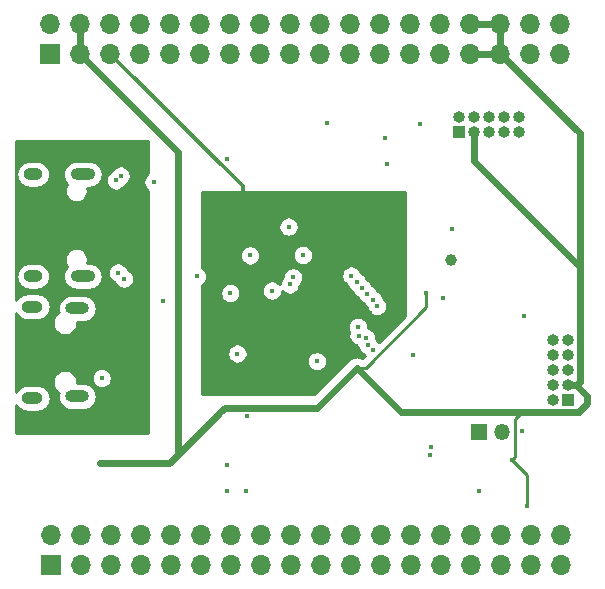
<source format=gbr>
%TF.GenerationSoftware,KiCad,Pcbnew,(5.1.10-1-10_14)*%
%TF.CreationDate,2021-08-18T14:47:54+08:00*%
%TF.ProjectId,jlinkob_hs,6a6c696e-6b6f-4625-9f68-732e6b696361,rev?*%
%TF.SameCoordinates,Original*%
%TF.FileFunction,Copper,L3,Inr*%
%TF.FilePolarity,Positive*%
%FSLAX46Y46*%
G04 Gerber Fmt 4.6, Leading zero omitted, Abs format (unit mm)*
G04 Created by KiCad (PCBNEW (5.1.10-1-10_14)) date 2021-08-18 14:47:54*
%MOMM*%
%LPD*%
G01*
G04 APERTURE LIST*
%TA.AperFunction,ComponentPad*%
%ADD10C,1.000000*%
%TD*%
%TA.AperFunction,ComponentPad*%
%ADD11O,1.000000X1.000000*%
%TD*%
%TA.AperFunction,ComponentPad*%
%ADD12R,1.000000X1.000000*%
%TD*%
%TA.AperFunction,ComponentPad*%
%ADD13O,1.700000X1.700000*%
%TD*%
%TA.AperFunction,ComponentPad*%
%ADD14R,1.700000X1.700000*%
%TD*%
%TA.AperFunction,ComponentPad*%
%ADD15O,1.800000X1.000000*%
%TD*%
%TA.AperFunction,ComponentPad*%
%ADD16O,2.000000X1.000000*%
%TD*%
%TA.AperFunction,ComponentPad*%
%ADD17O,1.350000X1.350000*%
%TD*%
%TA.AperFunction,ComponentPad*%
%ADD18R,1.350000X1.350000*%
%TD*%
%TA.AperFunction,ComponentPad*%
%ADD19O,2.100000X1.000000*%
%TD*%
%TA.AperFunction,ComponentPad*%
%ADD20O,1.600000X1.000000*%
%TD*%
%TA.AperFunction,ViaPad*%
%ADD21C,0.450000*%
%TD*%
%TA.AperFunction,Conductor*%
%ADD22C,0.300000*%
%TD*%
%TA.AperFunction,Conductor*%
%ADD23C,0.600000*%
%TD*%
%TA.AperFunction,Conductor*%
%ADD24C,0.250000*%
%TD*%
%TA.AperFunction,Conductor*%
%ADD25C,0.254000*%
%TD*%
%TA.AperFunction,Conductor*%
%ADD26C,0.100000*%
%TD*%
G04 APERTURE END LIST*
D10*
%TO.N,Net-(R2-Pad1)*%
%TO.C,TP1*%
X137500000Y-72190000D03*
%TD*%
D11*
%TO.N,GND*%
%TO.C,CON2*%
X147410000Y-78990000D03*
%TO.N,PA11*%
X146140000Y-78990000D03*
%TO.N,PA22*%
X147410000Y-80260000D03*
%TO.N,PA12*%
X146140000Y-80260000D03*
%TO.N,PA15*%
X147410000Y-81530000D03*
%TO.N,GND*%
X146140000Y-81530000D03*
%TO.N,+3V3*%
X147410000Y-82800000D03*
%TO.N,PA21*%
X146140000Y-82800000D03*
%TO.N,PA3*%
X146140000Y-84070000D03*
D12*
%TO.N,N/C*%
X147410000Y-84070000D03*
%TD*%
D13*
%TO.N,GND*%
%TO.C,J5*%
X146760000Y-52210000D03*
X146760000Y-54750000D03*
X144220000Y-52210000D03*
X144220000Y-54750000D03*
%TO.N,+3V3*%
X141680000Y-52210000D03*
X141680000Y-54750000D03*
X139140000Y-52210000D03*
X139140000Y-54750000D03*
%TO.N,PA2*%
X136600000Y-52210000D03*
%TO.N,PA3*%
X136600000Y-54750000D03*
%TO.N,PA4*%
X134060000Y-52210000D03*
%TO.N,PA5*%
X134060000Y-54750000D03*
%TO.N,PA6*%
X131520000Y-52210000D03*
%TO.N,PA7*%
X131520000Y-54750000D03*
%TO.N,PA8*%
X128980000Y-52210000D03*
%TO.N,PA9*%
X128980000Y-54750000D03*
%TO.N,PA10*%
X126440000Y-52210000D03*
%TO.N,PA11*%
X126440000Y-54750000D03*
%TO.N,PA12*%
X123900000Y-52210000D03*
%TO.N,PB24*%
X123900000Y-54750000D03*
%TO.N,PB23*%
X121360000Y-52210000D03*
%TO.N,PB22*%
X121360000Y-54750000D03*
%TO.N,PB21*%
X118820000Y-52210000D03*
%TO.N,PB20*%
X118820000Y-54750000D03*
%TO.N,PB19*%
X116280000Y-52210000D03*
%TO.N,PB18*%
X116280000Y-54750000D03*
%TO.N,PB17*%
X113740000Y-52210000D03*
%TO.N,PB14*%
X113740000Y-54750000D03*
%TO.N,PB10*%
X111200000Y-52210000D03*
%TO.N,PB9*%
X111200000Y-54750000D03*
%TO.N,PA31*%
X108660000Y-52210000D03*
%TO.N,VCC*%
X108660000Y-54750000D03*
%TO.N,+3V3*%
X106120000Y-52210000D03*
X106120000Y-54750000D03*
%TO.N,GND*%
X103580000Y-52210000D03*
D14*
X103580000Y-54750000D03*
%TD*%
D13*
%TO.N,GND*%
%TO.C,J4*%
X146810000Y-95480000D03*
X146810000Y-98020000D03*
%TO.N,PA1*%
X144270000Y-95480000D03*
%TO.N,PA0*%
X144270000Y-98020000D03*
%TO.N,PA26*%
X141730000Y-95480000D03*
%TO.N,PA25*%
X141730000Y-98020000D03*
%TO.N,PA24*%
X139190000Y-95480000D03*
%TO.N,PA23*%
X139190000Y-98020000D03*
%TO.N,PA21*%
X136650000Y-95480000D03*
%TO.N,PA20*%
X136650000Y-98020000D03*
%TO.N,PA19*%
X134110000Y-95480000D03*
%TO.N,PA18*%
X134110000Y-98020000D03*
%TO.N,PB15*%
X131570000Y-95480000D03*
%TO.N,PB16*%
X131570000Y-98020000D03*
%TO.N,PA17*%
X129030000Y-95480000D03*
%TO.N,PA16*%
X129030000Y-98020000D03*
%TO.N,PA15*%
X126490000Y-95480000D03*
%TO.N,PA14*%
X126490000Y-98020000D03*
%TO.N,PA13*%
X123950000Y-95480000D03*
%TO.N,PB4*%
X123950000Y-98020000D03*
%TO.N,PB3*%
X121410000Y-95480000D03*
%TO.N,PA30*%
X121410000Y-98020000D03*
%TO.N,PA22*%
X118870000Y-95480000D03*
%TO.N,PB8*%
X118870000Y-98020000D03*
%TO.N,PB7*%
X116330000Y-95480000D03*
%TO.N,PB6*%
X116330000Y-98020000D03*
%TO.N,PB5*%
X113790000Y-95480000D03*
%TO.N,PA27*%
X113790000Y-98020000D03*
%TO.N,PB13*%
X111250000Y-95480000D03*
%TO.N,PB12*%
X111250000Y-98020000D03*
%TO.N,PB11*%
X108710000Y-95480000D03*
%TO.N,PB2*%
X108710000Y-98020000D03*
%TO.N,PB1*%
X106170000Y-95480000D03*
%TO.N,PB0*%
X106170000Y-98020000D03*
%TO.N,GND*%
X103630000Y-95480000D03*
D14*
X103630000Y-98020000D03*
%TD*%
D15*
%TO.N,SHIELD*%
%TO.C,J2*%
X102050000Y-83908824D03*
X102050000Y-76158824D03*
D16*
X105850000Y-83758824D03*
X105850000Y-76308824D03*
%TD*%
D17*
%TO.N,GND*%
%TO.C,J3*%
X141850000Y-86730000D03*
D18*
%TO.N,PA25*%
X139850000Y-86730000D03*
%TD*%
D11*
%TO.N,GND*%
%TO.C,CON1*%
X143240000Y-61390000D03*
%TO.N,N/C*%
X143240000Y-60120000D03*
%TO.N,HOST_SWCLK*%
X141970000Y-61390000D03*
%TO.N,N/C*%
X141970000Y-60120000D03*
%TO.N,HOST_SWDIO*%
X140700000Y-61390000D03*
%TO.N,GND*%
X140700000Y-60120000D03*
%TO.N,+3V3*%
X139430000Y-61390000D03*
%TO.N,HOST_SWO*%
X139430000Y-60120000D03*
%TO.N,HOST_RESET*%
X138160000Y-60120000D03*
D12*
%TO.N,N/C*%
X138160000Y-61390000D03*
%TD*%
D19*
%TO.N,SHIELD*%
%TO.C,J1*%
X106310000Y-73570000D03*
X106310000Y-64930000D03*
D20*
X102130000Y-64930000D03*
X102130000Y-73570000D03*
%TD*%
D21*
%TO.N,GND*%
X131228320Y-76111392D03*
X127000000Y-60630000D03*
X123740000Y-69380000D03*
X118540000Y-63650000D03*
X112320000Y-65610000D03*
X132060000Y-64050000D03*
X124960000Y-71790000D03*
X137610000Y-69600000D03*
X113080000Y-75710000D03*
X122320000Y-74790000D03*
X120490000Y-71820000D03*
X109810000Y-73780000D03*
X109520000Y-65060000D03*
X107920000Y-82210000D03*
X109115000Y-65465000D03*
X109300000Y-73270000D03*
X119410000Y-80120000D03*
X120240000Y-85430000D03*
X136780000Y-75450000D03*
X143490000Y-86720000D03*
%TO.N,VCC*%
X123000000Y-81230000D03*
X127010000Y-68930000D03*
X118720000Y-72260000D03*
X119890000Y-69120000D03*
X130670000Y-76710000D03*
X119350000Y-76300000D03*
X132390000Y-67340000D03*
%TO.N,+3V3*%
X129510000Y-81310000D03*
X118810000Y-75000000D03*
X107820000Y-89430000D03*
X118050000Y-85030000D03*
X143950000Y-93030000D03*
X142690000Y-89140000D03*
X135370000Y-75020000D03*
%TO.N,PA29*%
X123842316Y-74276742D03*
X135729378Y-88704982D03*
%TO.N,PA28*%
X124100000Y-73680000D03*
X135810000Y-88060000D03*
%TO.N,PA12*%
X129060000Y-73520000D03*
%TO.N,PA11*%
X129509296Y-74050000D03*
X143676091Y-76963909D03*
%TO.N,PA10*%
X129939427Y-74550000D03*
%TO.N,PA9*%
X130412694Y-75050000D03*
%TO.N,PA8*%
X130900690Y-75550000D03*
%TO.N,PA7*%
X129617737Y-77871802D03*
%TO.N,PA6*%
X129668986Y-78598371D03*
%TO.N,PA5*%
X130297023Y-78765916D03*
%TO.N,PA4*%
X130440379Y-79400379D03*
%TO.N,PA3*%
X130900000Y-79860000D03*
%TO.N,PA2*%
X134259160Y-80270840D03*
%TO.N,PA25*%
X139830000Y-91779990D03*
%TO.N,PA18*%
X118560000Y-91750000D03*
X126130000Y-80780000D03*
%TO.N,PA17*%
X118540000Y-89520000D03*
%TO.N,PA15*%
X120180000Y-91740000D03*
%TO.N,HOST_SWCLK*%
X134870000Y-60690000D03*
%TO.N,HOST_SWO*%
X131890371Y-61850689D03*
%TO.N,VBUS*%
X109620000Y-71580000D03*
X109560000Y-66790000D03*
X108000000Y-77190000D03*
X108720000Y-85190000D03*
X107820000Y-86090000D03*
X107190000Y-78010000D03*
X107620000Y-77610000D03*
X108940000Y-71700000D03*
X108950000Y-66800000D03*
%TO.N,PA31*%
X116010000Y-73600000D03*
%TD*%
D22*
%TO.N,VCC*%
X119890000Y-65980000D02*
X108660000Y-54750000D01*
X119890000Y-69120000D02*
X119890000Y-65980000D01*
D23*
%TO.N,+3V3*%
X107820000Y-89430000D02*
X113650000Y-89430000D01*
X126115001Y-84704999D02*
X129510000Y-81310000D01*
X118375001Y-84704999D02*
X126115001Y-84704999D01*
X118050000Y-85030000D02*
X118375001Y-84704999D01*
X148310001Y-85070001D02*
X149040000Y-84340002D01*
X129510000Y-81310000D02*
X133270001Y-85070001D01*
X148117106Y-82800000D02*
X147410000Y-82800000D01*
X149040000Y-83722894D02*
X148117106Y-82800000D01*
X149040000Y-84340002D02*
X149040000Y-83722894D01*
X148410001Y-82507105D02*
X148410001Y-72770001D01*
X148117106Y-82800000D02*
X148410001Y-82507105D01*
X139430000Y-63790000D02*
X139430000Y-61390000D01*
X148410001Y-72770001D02*
X139430000Y-63790000D01*
D24*
X143950000Y-90400000D02*
X142690000Y-89140000D01*
X143950000Y-93030000D02*
X143950000Y-90400000D01*
X142914999Y-85705003D02*
X143550001Y-85070001D01*
X142914999Y-88915001D02*
X142914999Y-85705003D01*
D23*
X143550001Y-85070001D02*
X148310001Y-85070001D01*
D24*
X142690000Y-89140000D02*
X142914999Y-88915001D01*
D23*
X133270001Y-85070001D02*
X143550001Y-85070001D01*
D24*
X130264002Y-81310000D02*
X129510000Y-81310000D01*
X135370000Y-76204002D02*
X130264002Y-81310000D01*
X135370000Y-75020000D02*
X135370000Y-76204002D01*
D23*
X148410001Y-61480001D02*
X141680000Y-54750000D01*
X148410001Y-72770001D02*
X148410001Y-61480001D01*
X141680000Y-54750000D02*
X141680000Y-52210000D01*
X141680000Y-52210000D02*
X139140000Y-52210000D01*
X141680000Y-54750000D02*
X139140000Y-54750000D01*
X114395000Y-63025000D02*
X106120000Y-54750000D01*
X114395000Y-88685000D02*
X114395000Y-63025000D01*
X113650000Y-89430000D02*
X114395000Y-88685000D01*
X114395000Y-88685000D02*
X118050000Y-85030000D01*
X106120000Y-54750000D02*
X106120000Y-52210000D01*
%TD*%
D25*
%TO.N,VCC*%
X133573000Y-76926200D02*
X131363688Y-79135513D01*
X131307363Y-79097878D01*
X131233215Y-79067164D01*
X131202501Y-78993016D01*
X131145629Y-78907902D01*
X131157023Y-78850619D01*
X131157023Y-78681213D01*
X131123974Y-78515063D01*
X131059145Y-78358553D01*
X130965028Y-78217698D01*
X130845241Y-78097911D01*
X130704386Y-78003794D01*
X130547876Y-77938965D01*
X130477737Y-77925014D01*
X130477737Y-77787099D01*
X130444688Y-77620949D01*
X130379859Y-77464439D01*
X130285742Y-77323584D01*
X130165955Y-77203797D01*
X130025100Y-77109680D01*
X129868590Y-77044851D01*
X129702440Y-77011802D01*
X129533034Y-77011802D01*
X129366884Y-77044851D01*
X129210374Y-77109680D01*
X129069519Y-77203797D01*
X128949732Y-77323584D01*
X128855615Y-77464439D01*
X128790786Y-77620949D01*
X128757737Y-77787099D01*
X128757737Y-77956505D01*
X128790786Y-78122655D01*
X128855615Y-78279165D01*
X128864710Y-78292776D01*
X128842035Y-78347518D01*
X128808986Y-78513668D01*
X128808986Y-78683074D01*
X128842035Y-78849224D01*
X128906864Y-79005734D01*
X129000981Y-79146589D01*
X129120768Y-79266376D01*
X129261623Y-79360493D01*
X129418133Y-79425322D01*
X129580379Y-79457594D01*
X129580379Y-79485082D01*
X129613428Y-79651232D01*
X129678257Y-79807742D01*
X129772374Y-79948597D01*
X129892161Y-80068384D01*
X130033016Y-80162501D01*
X130107164Y-80193215D01*
X130137878Y-80267363D01*
X130175513Y-80323688D01*
X129991838Y-80507363D01*
X129869540Y-80441993D01*
X129693292Y-80388528D01*
X129510000Y-80370476D01*
X129326708Y-80388528D01*
X129150459Y-80441993D01*
X128988028Y-80528815D01*
X128881334Y-80616377D01*
X128881331Y-80616380D01*
X128845657Y-80645657D01*
X128816380Y-80681331D01*
X125924711Y-83573000D01*
X116427000Y-83573000D01*
X116427000Y-80035297D01*
X118550000Y-80035297D01*
X118550000Y-80204703D01*
X118583049Y-80370853D01*
X118647878Y-80527363D01*
X118741995Y-80668218D01*
X118861782Y-80788005D01*
X119002637Y-80882122D01*
X119159147Y-80946951D01*
X119325297Y-80980000D01*
X119494703Y-80980000D01*
X119660853Y-80946951D01*
X119817363Y-80882122D01*
X119958218Y-80788005D01*
X120050926Y-80695297D01*
X125270000Y-80695297D01*
X125270000Y-80864703D01*
X125303049Y-81030853D01*
X125367878Y-81187363D01*
X125461995Y-81328218D01*
X125581782Y-81448005D01*
X125722637Y-81542122D01*
X125879147Y-81606951D01*
X126045297Y-81640000D01*
X126214703Y-81640000D01*
X126380853Y-81606951D01*
X126537363Y-81542122D01*
X126678218Y-81448005D01*
X126798005Y-81328218D01*
X126892122Y-81187363D01*
X126956951Y-81030853D01*
X126990000Y-80864703D01*
X126990000Y-80695297D01*
X126956951Y-80529147D01*
X126892122Y-80372637D01*
X126798005Y-80231782D01*
X126678218Y-80111995D01*
X126537363Y-80017878D01*
X126380853Y-79953049D01*
X126214703Y-79920000D01*
X126045297Y-79920000D01*
X125879147Y-79953049D01*
X125722637Y-80017878D01*
X125581782Y-80111995D01*
X125461995Y-80231782D01*
X125367878Y-80372637D01*
X125303049Y-80529147D01*
X125270000Y-80695297D01*
X120050926Y-80695297D01*
X120078005Y-80668218D01*
X120172122Y-80527363D01*
X120236951Y-80370853D01*
X120270000Y-80204703D01*
X120270000Y-80035297D01*
X120236951Y-79869147D01*
X120172122Y-79712637D01*
X120078005Y-79571782D01*
X119958218Y-79451995D01*
X119817363Y-79357878D01*
X119660853Y-79293049D01*
X119494703Y-79260000D01*
X119325297Y-79260000D01*
X119159147Y-79293049D01*
X119002637Y-79357878D01*
X118861782Y-79451995D01*
X118741995Y-79571782D01*
X118647878Y-79712637D01*
X118583049Y-79869147D01*
X118550000Y-80035297D01*
X116427000Y-80035297D01*
X116427000Y-74915297D01*
X117950000Y-74915297D01*
X117950000Y-75084703D01*
X117983049Y-75250853D01*
X118047878Y-75407363D01*
X118141995Y-75548218D01*
X118261782Y-75668005D01*
X118402637Y-75762122D01*
X118559147Y-75826951D01*
X118725297Y-75860000D01*
X118894703Y-75860000D01*
X119060853Y-75826951D01*
X119217363Y-75762122D01*
X119358218Y-75668005D01*
X119478005Y-75548218D01*
X119572122Y-75407363D01*
X119636951Y-75250853D01*
X119670000Y-75084703D01*
X119670000Y-74915297D01*
X119636951Y-74749147D01*
X119618788Y-74705297D01*
X121460000Y-74705297D01*
X121460000Y-74874703D01*
X121493049Y-75040853D01*
X121557878Y-75197363D01*
X121651995Y-75338218D01*
X121771782Y-75458005D01*
X121912637Y-75552122D01*
X122069147Y-75616951D01*
X122235297Y-75650000D01*
X122404703Y-75650000D01*
X122570853Y-75616951D01*
X122727363Y-75552122D01*
X122868218Y-75458005D01*
X122988005Y-75338218D01*
X123082122Y-75197363D01*
X123146951Y-75040853D01*
X123180000Y-74874703D01*
X123180000Y-74830649D01*
X123294098Y-74944747D01*
X123434953Y-75038864D01*
X123591463Y-75103693D01*
X123757613Y-75136742D01*
X123927019Y-75136742D01*
X124093169Y-75103693D01*
X124249679Y-75038864D01*
X124390534Y-74944747D01*
X124510321Y-74824960D01*
X124604438Y-74684105D01*
X124669267Y-74527595D01*
X124702316Y-74361445D01*
X124702316Y-74293907D01*
X124768005Y-74228218D01*
X124862122Y-74087363D01*
X124926951Y-73930853D01*
X124960000Y-73764703D01*
X124960000Y-73595297D01*
X124928175Y-73435297D01*
X128200000Y-73435297D01*
X128200000Y-73604703D01*
X128233049Y-73770853D01*
X128297878Y-73927363D01*
X128391995Y-74068218D01*
X128511782Y-74188005D01*
X128652637Y-74282122D01*
X128680952Y-74293851D01*
X128682345Y-74300853D01*
X128747174Y-74457363D01*
X128841291Y-74598218D01*
X128961078Y-74718005D01*
X129101933Y-74812122D01*
X129120294Y-74819727D01*
X129177305Y-74957363D01*
X129271422Y-75098218D01*
X129391209Y-75218005D01*
X129532064Y-75312122D01*
X129602495Y-75341296D01*
X129650572Y-75457363D01*
X129744689Y-75598218D01*
X129864476Y-75718005D01*
X130005331Y-75812122D01*
X130093542Y-75848660D01*
X130138568Y-75957363D01*
X130232685Y-76098218D01*
X130352472Y-76218005D01*
X130375775Y-76233576D01*
X130401369Y-76362245D01*
X130466198Y-76518755D01*
X130560315Y-76659610D01*
X130680102Y-76779397D01*
X130820957Y-76873514D01*
X130977467Y-76938343D01*
X131143617Y-76971392D01*
X131313023Y-76971392D01*
X131479173Y-76938343D01*
X131635683Y-76873514D01*
X131776538Y-76779397D01*
X131896325Y-76659610D01*
X131990442Y-76518755D01*
X132055271Y-76362245D01*
X132088320Y-76196095D01*
X132088320Y-76026689D01*
X132055271Y-75860539D01*
X131990442Y-75704029D01*
X131896325Y-75563174D01*
X131776538Y-75443387D01*
X131753235Y-75427816D01*
X131727641Y-75299147D01*
X131662812Y-75142637D01*
X131568695Y-75001782D01*
X131448908Y-74881995D01*
X131308053Y-74787878D01*
X131219842Y-74751340D01*
X131174816Y-74642637D01*
X131080699Y-74501782D01*
X130960912Y-74381995D01*
X130820057Y-74287878D01*
X130749626Y-74258704D01*
X130701549Y-74142637D01*
X130607432Y-74001782D01*
X130487645Y-73881995D01*
X130346790Y-73787878D01*
X130328429Y-73780273D01*
X130271418Y-73642637D01*
X130177301Y-73501782D01*
X130057514Y-73381995D01*
X129916659Y-73287878D01*
X129888344Y-73276149D01*
X129886951Y-73269147D01*
X129822122Y-73112637D01*
X129728005Y-72971782D01*
X129608218Y-72851995D01*
X129467363Y-72757878D01*
X129310853Y-72693049D01*
X129144703Y-72660000D01*
X128975297Y-72660000D01*
X128809147Y-72693049D01*
X128652637Y-72757878D01*
X128511782Y-72851995D01*
X128391995Y-72971782D01*
X128297878Y-73112637D01*
X128233049Y-73269147D01*
X128200000Y-73435297D01*
X124928175Y-73435297D01*
X124926951Y-73429147D01*
X124862122Y-73272637D01*
X124768005Y-73131782D01*
X124648218Y-73011995D01*
X124507363Y-72917878D01*
X124350853Y-72853049D01*
X124184703Y-72820000D01*
X124015297Y-72820000D01*
X123849147Y-72853049D01*
X123692637Y-72917878D01*
X123551782Y-73011995D01*
X123431995Y-73131782D01*
X123337878Y-73272637D01*
X123273049Y-73429147D01*
X123240000Y-73595297D01*
X123240000Y-73662835D01*
X123174311Y-73728524D01*
X123080194Y-73869379D01*
X123015365Y-74025889D01*
X122982316Y-74192039D01*
X122982316Y-74236093D01*
X122868218Y-74121995D01*
X122727363Y-74027878D01*
X122570853Y-73963049D01*
X122404703Y-73930000D01*
X122235297Y-73930000D01*
X122069147Y-73963049D01*
X121912637Y-74027878D01*
X121771782Y-74121995D01*
X121651995Y-74241782D01*
X121557878Y-74382637D01*
X121493049Y-74539147D01*
X121460000Y-74705297D01*
X119618788Y-74705297D01*
X119572122Y-74592637D01*
X119478005Y-74451782D01*
X119358218Y-74331995D01*
X119217363Y-74237878D01*
X119060853Y-74173049D01*
X118894703Y-74140000D01*
X118725297Y-74140000D01*
X118559147Y-74173049D01*
X118402637Y-74237878D01*
X118261782Y-74331995D01*
X118141995Y-74451782D01*
X118047878Y-74592637D01*
X117983049Y-74749147D01*
X117950000Y-74915297D01*
X116427000Y-74915297D01*
X116427000Y-74355683D01*
X116558218Y-74268005D01*
X116678005Y-74148218D01*
X116772122Y-74007363D01*
X116836951Y-73850853D01*
X116870000Y-73684703D01*
X116870000Y-73515297D01*
X116836951Y-73349147D01*
X116772122Y-73192637D01*
X116678005Y-73051782D01*
X116558218Y-72931995D01*
X116427000Y-72844317D01*
X116427000Y-71735297D01*
X119630000Y-71735297D01*
X119630000Y-71904703D01*
X119663049Y-72070853D01*
X119727878Y-72227363D01*
X119821995Y-72368218D01*
X119941782Y-72488005D01*
X120082637Y-72582122D01*
X120239147Y-72646951D01*
X120405297Y-72680000D01*
X120574703Y-72680000D01*
X120740853Y-72646951D01*
X120897363Y-72582122D01*
X121038218Y-72488005D01*
X121158005Y-72368218D01*
X121252122Y-72227363D01*
X121316951Y-72070853D01*
X121350000Y-71904703D01*
X121350000Y-71735297D01*
X121344033Y-71705297D01*
X124100000Y-71705297D01*
X124100000Y-71874703D01*
X124133049Y-72040853D01*
X124197878Y-72197363D01*
X124291995Y-72338218D01*
X124411782Y-72458005D01*
X124552637Y-72552122D01*
X124709147Y-72616951D01*
X124875297Y-72650000D01*
X125044703Y-72650000D01*
X125210853Y-72616951D01*
X125367363Y-72552122D01*
X125508218Y-72458005D01*
X125628005Y-72338218D01*
X125722122Y-72197363D01*
X125786951Y-72040853D01*
X125820000Y-71874703D01*
X125820000Y-71705297D01*
X125786951Y-71539147D01*
X125722122Y-71382637D01*
X125628005Y-71241782D01*
X125508218Y-71121995D01*
X125367363Y-71027878D01*
X125210853Y-70963049D01*
X125044703Y-70930000D01*
X124875297Y-70930000D01*
X124709147Y-70963049D01*
X124552637Y-71027878D01*
X124411782Y-71121995D01*
X124291995Y-71241782D01*
X124197878Y-71382637D01*
X124133049Y-71539147D01*
X124100000Y-71705297D01*
X121344033Y-71705297D01*
X121316951Y-71569147D01*
X121252122Y-71412637D01*
X121158005Y-71271782D01*
X121038218Y-71151995D01*
X120897363Y-71057878D01*
X120740853Y-70993049D01*
X120574703Y-70960000D01*
X120405297Y-70960000D01*
X120239147Y-70993049D01*
X120082637Y-71057878D01*
X119941782Y-71151995D01*
X119821995Y-71271782D01*
X119727878Y-71412637D01*
X119663049Y-71569147D01*
X119630000Y-71735297D01*
X116427000Y-71735297D01*
X116427000Y-69295297D01*
X122880000Y-69295297D01*
X122880000Y-69464703D01*
X122913049Y-69630853D01*
X122977878Y-69787363D01*
X123071995Y-69928218D01*
X123191782Y-70048005D01*
X123332637Y-70142122D01*
X123489147Y-70206951D01*
X123655297Y-70240000D01*
X123824703Y-70240000D01*
X123990853Y-70206951D01*
X124147363Y-70142122D01*
X124288218Y-70048005D01*
X124408005Y-69928218D01*
X124502122Y-69787363D01*
X124566951Y-69630853D01*
X124600000Y-69464703D01*
X124600000Y-69295297D01*
X124566951Y-69129147D01*
X124502122Y-68972637D01*
X124408005Y-68831782D01*
X124288218Y-68711995D01*
X124147363Y-68617878D01*
X123990853Y-68553049D01*
X123824703Y-68520000D01*
X123655297Y-68520000D01*
X123489147Y-68553049D01*
X123332637Y-68617878D01*
X123191782Y-68711995D01*
X123071995Y-68831782D01*
X122977878Y-68972637D01*
X122913049Y-69129147D01*
X122880000Y-69295297D01*
X116427000Y-69295297D01*
X116427000Y-66427000D01*
X133573000Y-66427000D01*
X133573000Y-76926200D01*
%TA.AperFunction,Conductor*%
D26*
G36*
X133573000Y-76926200D02*
G01*
X131363688Y-79135513D01*
X131307363Y-79097878D01*
X131233215Y-79067164D01*
X131202501Y-78993016D01*
X131145629Y-78907902D01*
X131157023Y-78850619D01*
X131157023Y-78681213D01*
X131123974Y-78515063D01*
X131059145Y-78358553D01*
X130965028Y-78217698D01*
X130845241Y-78097911D01*
X130704386Y-78003794D01*
X130547876Y-77938965D01*
X130477737Y-77925014D01*
X130477737Y-77787099D01*
X130444688Y-77620949D01*
X130379859Y-77464439D01*
X130285742Y-77323584D01*
X130165955Y-77203797D01*
X130025100Y-77109680D01*
X129868590Y-77044851D01*
X129702440Y-77011802D01*
X129533034Y-77011802D01*
X129366884Y-77044851D01*
X129210374Y-77109680D01*
X129069519Y-77203797D01*
X128949732Y-77323584D01*
X128855615Y-77464439D01*
X128790786Y-77620949D01*
X128757737Y-77787099D01*
X128757737Y-77956505D01*
X128790786Y-78122655D01*
X128855615Y-78279165D01*
X128864710Y-78292776D01*
X128842035Y-78347518D01*
X128808986Y-78513668D01*
X128808986Y-78683074D01*
X128842035Y-78849224D01*
X128906864Y-79005734D01*
X129000981Y-79146589D01*
X129120768Y-79266376D01*
X129261623Y-79360493D01*
X129418133Y-79425322D01*
X129580379Y-79457594D01*
X129580379Y-79485082D01*
X129613428Y-79651232D01*
X129678257Y-79807742D01*
X129772374Y-79948597D01*
X129892161Y-80068384D01*
X130033016Y-80162501D01*
X130107164Y-80193215D01*
X130137878Y-80267363D01*
X130175513Y-80323688D01*
X129991838Y-80507363D01*
X129869540Y-80441993D01*
X129693292Y-80388528D01*
X129510000Y-80370476D01*
X129326708Y-80388528D01*
X129150459Y-80441993D01*
X128988028Y-80528815D01*
X128881334Y-80616377D01*
X128881331Y-80616380D01*
X128845657Y-80645657D01*
X128816380Y-80681331D01*
X125924711Y-83573000D01*
X116427000Y-83573000D01*
X116427000Y-80035297D01*
X118550000Y-80035297D01*
X118550000Y-80204703D01*
X118583049Y-80370853D01*
X118647878Y-80527363D01*
X118741995Y-80668218D01*
X118861782Y-80788005D01*
X119002637Y-80882122D01*
X119159147Y-80946951D01*
X119325297Y-80980000D01*
X119494703Y-80980000D01*
X119660853Y-80946951D01*
X119817363Y-80882122D01*
X119958218Y-80788005D01*
X120050926Y-80695297D01*
X125270000Y-80695297D01*
X125270000Y-80864703D01*
X125303049Y-81030853D01*
X125367878Y-81187363D01*
X125461995Y-81328218D01*
X125581782Y-81448005D01*
X125722637Y-81542122D01*
X125879147Y-81606951D01*
X126045297Y-81640000D01*
X126214703Y-81640000D01*
X126380853Y-81606951D01*
X126537363Y-81542122D01*
X126678218Y-81448005D01*
X126798005Y-81328218D01*
X126892122Y-81187363D01*
X126956951Y-81030853D01*
X126990000Y-80864703D01*
X126990000Y-80695297D01*
X126956951Y-80529147D01*
X126892122Y-80372637D01*
X126798005Y-80231782D01*
X126678218Y-80111995D01*
X126537363Y-80017878D01*
X126380853Y-79953049D01*
X126214703Y-79920000D01*
X126045297Y-79920000D01*
X125879147Y-79953049D01*
X125722637Y-80017878D01*
X125581782Y-80111995D01*
X125461995Y-80231782D01*
X125367878Y-80372637D01*
X125303049Y-80529147D01*
X125270000Y-80695297D01*
X120050926Y-80695297D01*
X120078005Y-80668218D01*
X120172122Y-80527363D01*
X120236951Y-80370853D01*
X120270000Y-80204703D01*
X120270000Y-80035297D01*
X120236951Y-79869147D01*
X120172122Y-79712637D01*
X120078005Y-79571782D01*
X119958218Y-79451995D01*
X119817363Y-79357878D01*
X119660853Y-79293049D01*
X119494703Y-79260000D01*
X119325297Y-79260000D01*
X119159147Y-79293049D01*
X119002637Y-79357878D01*
X118861782Y-79451995D01*
X118741995Y-79571782D01*
X118647878Y-79712637D01*
X118583049Y-79869147D01*
X118550000Y-80035297D01*
X116427000Y-80035297D01*
X116427000Y-74915297D01*
X117950000Y-74915297D01*
X117950000Y-75084703D01*
X117983049Y-75250853D01*
X118047878Y-75407363D01*
X118141995Y-75548218D01*
X118261782Y-75668005D01*
X118402637Y-75762122D01*
X118559147Y-75826951D01*
X118725297Y-75860000D01*
X118894703Y-75860000D01*
X119060853Y-75826951D01*
X119217363Y-75762122D01*
X119358218Y-75668005D01*
X119478005Y-75548218D01*
X119572122Y-75407363D01*
X119636951Y-75250853D01*
X119670000Y-75084703D01*
X119670000Y-74915297D01*
X119636951Y-74749147D01*
X119618788Y-74705297D01*
X121460000Y-74705297D01*
X121460000Y-74874703D01*
X121493049Y-75040853D01*
X121557878Y-75197363D01*
X121651995Y-75338218D01*
X121771782Y-75458005D01*
X121912637Y-75552122D01*
X122069147Y-75616951D01*
X122235297Y-75650000D01*
X122404703Y-75650000D01*
X122570853Y-75616951D01*
X122727363Y-75552122D01*
X122868218Y-75458005D01*
X122988005Y-75338218D01*
X123082122Y-75197363D01*
X123146951Y-75040853D01*
X123180000Y-74874703D01*
X123180000Y-74830649D01*
X123294098Y-74944747D01*
X123434953Y-75038864D01*
X123591463Y-75103693D01*
X123757613Y-75136742D01*
X123927019Y-75136742D01*
X124093169Y-75103693D01*
X124249679Y-75038864D01*
X124390534Y-74944747D01*
X124510321Y-74824960D01*
X124604438Y-74684105D01*
X124669267Y-74527595D01*
X124702316Y-74361445D01*
X124702316Y-74293907D01*
X124768005Y-74228218D01*
X124862122Y-74087363D01*
X124926951Y-73930853D01*
X124960000Y-73764703D01*
X124960000Y-73595297D01*
X124928175Y-73435297D01*
X128200000Y-73435297D01*
X128200000Y-73604703D01*
X128233049Y-73770853D01*
X128297878Y-73927363D01*
X128391995Y-74068218D01*
X128511782Y-74188005D01*
X128652637Y-74282122D01*
X128680952Y-74293851D01*
X128682345Y-74300853D01*
X128747174Y-74457363D01*
X128841291Y-74598218D01*
X128961078Y-74718005D01*
X129101933Y-74812122D01*
X129120294Y-74819727D01*
X129177305Y-74957363D01*
X129271422Y-75098218D01*
X129391209Y-75218005D01*
X129532064Y-75312122D01*
X129602495Y-75341296D01*
X129650572Y-75457363D01*
X129744689Y-75598218D01*
X129864476Y-75718005D01*
X130005331Y-75812122D01*
X130093542Y-75848660D01*
X130138568Y-75957363D01*
X130232685Y-76098218D01*
X130352472Y-76218005D01*
X130375775Y-76233576D01*
X130401369Y-76362245D01*
X130466198Y-76518755D01*
X130560315Y-76659610D01*
X130680102Y-76779397D01*
X130820957Y-76873514D01*
X130977467Y-76938343D01*
X131143617Y-76971392D01*
X131313023Y-76971392D01*
X131479173Y-76938343D01*
X131635683Y-76873514D01*
X131776538Y-76779397D01*
X131896325Y-76659610D01*
X131990442Y-76518755D01*
X132055271Y-76362245D01*
X132088320Y-76196095D01*
X132088320Y-76026689D01*
X132055271Y-75860539D01*
X131990442Y-75704029D01*
X131896325Y-75563174D01*
X131776538Y-75443387D01*
X131753235Y-75427816D01*
X131727641Y-75299147D01*
X131662812Y-75142637D01*
X131568695Y-75001782D01*
X131448908Y-74881995D01*
X131308053Y-74787878D01*
X131219842Y-74751340D01*
X131174816Y-74642637D01*
X131080699Y-74501782D01*
X130960912Y-74381995D01*
X130820057Y-74287878D01*
X130749626Y-74258704D01*
X130701549Y-74142637D01*
X130607432Y-74001782D01*
X130487645Y-73881995D01*
X130346790Y-73787878D01*
X130328429Y-73780273D01*
X130271418Y-73642637D01*
X130177301Y-73501782D01*
X130057514Y-73381995D01*
X129916659Y-73287878D01*
X129888344Y-73276149D01*
X129886951Y-73269147D01*
X129822122Y-73112637D01*
X129728005Y-72971782D01*
X129608218Y-72851995D01*
X129467363Y-72757878D01*
X129310853Y-72693049D01*
X129144703Y-72660000D01*
X128975297Y-72660000D01*
X128809147Y-72693049D01*
X128652637Y-72757878D01*
X128511782Y-72851995D01*
X128391995Y-72971782D01*
X128297878Y-73112637D01*
X128233049Y-73269147D01*
X128200000Y-73435297D01*
X124928175Y-73435297D01*
X124926951Y-73429147D01*
X124862122Y-73272637D01*
X124768005Y-73131782D01*
X124648218Y-73011995D01*
X124507363Y-72917878D01*
X124350853Y-72853049D01*
X124184703Y-72820000D01*
X124015297Y-72820000D01*
X123849147Y-72853049D01*
X123692637Y-72917878D01*
X123551782Y-73011995D01*
X123431995Y-73131782D01*
X123337878Y-73272637D01*
X123273049Y-73429147D01*
X123240000Y-73595297D01*
X123240000Y-73662835D01*
X123174311Y-73728524D01*
X123080194Y-73869379D01*
X123015365Y-74025889D01*
X122982316Y-74192039D01*
X122982316Y-74236093D01*
X122868218Y-74121995D01*
X122727363Y-74027878D01*
X122570853Y-73963049D01*
X122404703Y-73930000D01*
X122235297Y-73930000D01*
X122069147Y-73963049D01*
X121912637Y-74027878D01*
X121771782Y-74121995D01*
X121651995Y-74241782D01*
X121557878Y-74382637D01*
X121493049Y-74539147D01*
X121460000Y-74705297D01*
X119618788Y-74705297D01*
X119572122Y-74592637D01*
X119478005Y-74451782D01*
X119358218Y-74331995D01*
X119217363Y-74237878D01*
X119060853Y-74173049D01*
X118894703Y-74140000D01*
X118725297Y-74140000D01*
X118559147Y-74173049D01*
X118402637Y-74237878D01*
X118261782Y-74331995D01*
X118141995Y-74451782D01*
X118047878Y-74592637D01*
X117983049Y-74749147D01*
X117950000Y-74915297D01*
X116427000Y-74915297D01*
X116427000Y-74355683D01*
X116558218Y-74268005D01*
X116678005Y-74148218D01*
X116772122Y-74007363D01*
X116836951Y-73850853D01*
X116870000Y-73684703D01*
X116870000Y-73515297D01*
X116836951Y-73349147D01*
X116772122Y-73192637D01*
X116678005Y-73051782D01*
X116558218Y-72931995D01*
X116427000Y-72844317D01*
X116427000Y-71735297D01*
X119630000Y-71735297D01*
X119630000Y-71904703D01*
X119663049Y-72070853D01*
X119727878Y-72227363D01*
X119821995Y-72368218D01*
X119941782Y-72488005D01*
X120082637Y-72582122D01*
X120239147Y-72646951D01*
X120405297Y-72680000D01*
X120574703Y-72680000D01*
X120740853Y-72646951D01*
X120897363Y-72582122D01*
X121038218Y-72488005D01*
X121158005Y-72368218D01*
X121252122Y-72227363D01*
X121316951Y-72070853D01*
X121350000Y-71904703D01*
X121350000Y-71735297D01*
X121344033Y-71705297D01*
X124100000Y-71705297D01*
X124100000Y-71874703D01*
X124133049Y-72040853D01*
X124197878Y-72197363D01*
X124291995Y-72338218D01*
X124411782Y-72458005D01*
X124552637Y-72552122D01*
X124709147Y-72616951D01*
X124875297Y-72650000D01*
X125044703Y-72650000D01*
X125210853Y-72616951D01*
X125367363Y-72552122D01*
X125508218Y-72458005D01*
X125628005Y-72338218D01*
X125722122Y-72197363D01*
X125786951Y-72040853D01*
X125820000Y-71874703D01*
X125820000Y-71705297D01*
X125786951Y-71539147D01*
X125722122Y-71382637D01*
X125628005Y-71241782D01*
X125508218Y-71121995D01*
X125367363Y-71027878D01*
X125210853Y-70963049D01*
X125044703Y-70930000D01*
X124875297Y-70930000D01*
X124709147Y-70963049D01*
X124552637Y-71027878D01*
X124411782Y-71121995D01*
X124291995Y-71241782D01*
X124197878Y-71382637D01*
X124133049Y-71539147D01*
X124100000Y-71705297D01*
X121344033Y-71705297D01*
X121316951Y-71569147D01*
X121252122Y-71412637D01*
X121158005Y-71271782D01*
X121038218Y-71151995D01*
X120897363Y-71057878D01*
X120740853Y-70993049D01*
X120574703Y-70960000D01*
X120405297Y-70960000D01*
X120239147Y-70993049D01*
X120082637Y-71057878D01*
X119941782Y-71151995D01*
X119821995Y-71271782D01*
X119727878Y-71412637D01*
X119663049Y-71569147D01*
X119630000Y-71735297D01*
X116427000Y-71735297D01*
X116427000Y-69295297D01*
X122880000Y-69295297D01*
X122880000Y-69464703D01*
X122913049Y-69630853D01*
X122977878Y-69787363D01*
X123071995Y-69928218D01*
X123191782Y-70048005D01*
X123332637Y-70142122D01*
X123489147Y-70206951D01*
X123655297Y-70240000D01*
X123824703Y-70240000D01*
X123990853Y-70206951D01*
X124147363Y-70142122D01*
X124288218Y-70048005D01*
X124408005Y-69928218D01*
X124502122Y-69787363D01*
X124566951Y-69630853D01*
X124600000Y-69464703D01*
X124600000Y-69295297D01*
X124566951Y-69129147D01*
X124502122Y-68972637D01*
X124408005Y-68831782D01*
X124288218Y-68711995D01*
X124147363Y-68617878D01*
X123990853Y-68553049D01*
X123824703Y-68520000D01*
X123655297Y-68520000D01*
X123489147Y-68553049D01*
X123332637Y-68617878D01*
X123191782Y-68711995D01*
X123071995Y-68831782D01*
X122977878Y-68972637D01*
X122913049Y-69129147D01*
X122880000Y-69295297D01*
X116427000Y-69295297D01*
X116427000Y-66427000D01*
X133573000Y-66427000D01*
X133573000Y-76926200D01*
G37*
%TD.AperFunction*%
%TD*%
D25*
%TO.N,VBUS*%
X111873000Y-64874363D02*
X111771782Y-64941995D01*
X111651995Y-65061782D01*
X111557878Y-65202637D01*
X111493049Y-65359147D01*
X111460000Y-65525297D01*
X111460000Y-65694703D01*
X111493049Y-65860853D01*
X111557878Y-66017363D01*
X111651995Y-66158218D01*
X111771782Y-66278005D01*
X111873000Y-66345637D01*
X111873000Y-86873000D01*
X100660000Y-86873000D01*
X100660000Y-84464401D01*
X100701716Y-84542447D01*
X100843551Y-84715273D01*
X101016377Y-84857108D01*
X101213553Y-84962500D01*
X101427501Y-85027401D01*
X101594248Y-85043824D01*
X102505752Y-85043824D01*
X102672499Y-85027401D01*
X102886447Y-84962500D01*
X103083623Y-84857108D01*
X103256449Y-84715273D01*
X103398284Y-84542447D01*
X103503676Y-84345271D01*
X103568577Y-84131323D01*
X103590491Y-83908824D01*
X103568577Y-83686325D01*
X103503676Y-83472377D01*
X103398284Y-83275201D01*
X103256449Y-83102375D01*
X103083623Y-82960540D01*
X102886447Y-82855148D01*
X102672499Y-82790247D01*
X102505752Y-82773824D01*
X101594248Y-82773824D01*
X101427501Y-82790247D01*
X101213553Y-82855148D01*
X101016377Y-82960540D01*
X100843551Y-83102375D01*
X100701716Y-83275201D01*
X100660000Y-83353247D01*
X100660000Y-82431885D01*
X103765000Y-82431885D01*
X103765000Y-82635763D01*
X103804774Y-82835722D01*
X103882795Y-83024080D01*
X103996063Y-83193598D01*
X104140226Y-83337761D01*
X104266136Y-83421891D01*
X104231423Y-83536325D01*
X104209509Y-83758824D01*
X104231423Y-83981323D01*
X104296324Y-84195271D01*
X104401716Y-84392447D01*
X104543551Y-84565273D01*
X104716377Y-84707108D01*
X104913553Y-84812500D01*
X105127501Y-84877401D01*
X105294248Y-84893824D01*
X106405752Y-84893824D01*
X106572499Y-84877401D01*
X106786447Y-84812500D01*
X106983623Y-84707108D01*
X107156449Y-84565273D01*
X107298284Y-84392447D01*
X107403676Y-84195271D01*
X107468577Y-83981323D01*
X107490491Y-83758824D01*
X107468577Y-83536325D01*
X107403676Y-83322377D01*
X107298284Y-83125201D01*
X107156449Y-82952375D01*
X106983623Y-82810540D01*
X106786447Y-82705148D01*
X106572499Y-82640247D01*
X106405752Y-82623824D01*
X105835000Y-82623824D01*
X105835000Y-82431885D01*
X105795226Y-82231926D01*
X105751059Y-82125297D01*
X107060000Y-82125297D01*
X107060000Y-82294703D01*
X107093049Y-82460853D01*
X107157878Y-82617363D01*
X107251995Y-82758218D01*
X107371782Y-82878005D01*
X107512637Y-82972122D01*
X107669147Y-83036951D01*
X107835297Y-83070000D01*
X108004703Y-83070000D01*
X108170853Y-83036951D01*
X108327363Y-82972122D01*
X108468218Y-82878005D01*
X108588005Y-82758218D01*
X108682122Y-82617363D01*
X108746951Y-82460853D01*
X108780000Y-82294703D01*
X108780000Y-82125297D01*
X108746951Y-81959147D01*
X108682122Y-81802637D01*
X108588005Y-81661782D01*
X108468218Y-81541995D01*
X108327363Y-81447878D01*
X108170853Y-81383049D01*
X108004703Y-81350000D01*
X107835297Y-81350000D01*
X107669147Y-81383049D01*
X107512637Y-81447878D01*
X107371782Y-81541995D01*
X107251995Y-81661782D01*
X107157878Y-81802637D01*
X107093049Y-81959147D01*
X107060000Y-82125297D01*
X105751059Y-82125297D01*
X105717205Y-82043568D01*
X105603937Y-81874050D01*
X105459774Y-81729887D01*
X105290256Y-81616619D01*
X105101898Y-81538598D01*
X104901939Y-81498824D01*
X104698061Y-81498824D01*
X104498102Y-81538598D01*
X104309744Y-81616619D01*
X104140226Y-81729887D01*
X103996063Y-81874050D01*
X103882795Y-82043568D01*
X103804774Y-82231926D01*
X103765000Y-82431885D01*
X100660000Y-82431885D01*
X100660000Y-77431885D01*
X103765000Y-77431885D01*
X103765000Y-77635763D01*
X103804774Y-77835722D01*
X103882795Y-78024080D01*
X103996063Y-78193598D01*
X104140226Y-78337761D01*
X104309744Y-78451029D01*
X104498102Y-78529050D01*
X104698061Y-78568824D01*
X104901939Y-78568824D01*
X105101898Y-78529050D01*
X105290256Y-78451029D01*
X105459774Y-78337761D01*
X105603937Y-78193598D01*
X105717205Y-78024080D01*
X105795226Y-77835722D01*
X105835000Y-77635763D01*
X105835000Y-77443824D01*
X106405752Y-77443824D01*
X106572499Y-77427401D01*
X106786447Y-77362500D01*
X106983623Y-77257108D01*
X107156449Y-77115273D01*
X107298284Y-76942447D01*
X107403676Y-76745271D01*
X107468577Y-76531323D01*
X107490491Y-76308824D01*
X107468577Y-76086325D01*
X107403676Y-75872377D01*
X107298284Y-75675201D01*
X107156449Y-75502375D01*
X106983623Y-75360540D01*
X106786447Y-75255148D01*
X106572499Y-75190247D01*
X106405752Y-75173824D01*
X105294248Y-75173824D01*
X105127501Y-75190247D01*
X104913553Y-75255148D01*
X104716377Y-75360540D01*
X104543551Y-75502375D01*
X104401716Y-75675201D01*
X104296324Y-75872377D01*
X104231423Y-76086325D01*
X104209509Y-76308824D01*
X104231423Y-76531323D01*
X104266136Y-76645757D01*
X104140226Y-76729887D01*
X103996063Y-76874050D01*
X103882795Y-77043568D01*
X103804774Y-77231926D01*
X103765000Y-77431885D01*
X100660000Y-77431885D01*
X100660000Y-76714401D01*
X100701716Y-76792447D01*
X100843551Y-76965273D01*
X101016377Y-77107108D01*
X101213553Y-77212500D01*
X101427501Y-77277401D01*
X101594248Y-77293824D01*
X102505752Y-77293824D01*
X102672499Y-77277401D01*
X102886447Y-77212500D01*
X103083623Y-77107108D01*
X103256449Y-76965273D01*
X103398284Y-76792447D01*
X103503676Y-76595271D01*
X103568577Y-76381323D01*
X103590491Y-76158824D01*
X103568577Y-75936325D01*
X103503676Y-75722377D01*
X103398284Y-75525201D01*
X103256449Y-75352375D01*
X103083623Y-75210540D01*
X102886447Y-75105148D01*
X102672499Y-75040247D01*
X102505752Y-75023824D01*
X101594248Y-75023824D01*
X101427501Y-75040247D01*
X101213553Y-75105148D01*
X101016377Y-75210540D01*
X100843551Y-75352375D01*
X100701716Y-75525201D01*
X100660000Y-75603247D01*
X100660000Y-73570000D01*
X100689509Y-73570000D01*
X100711423Y-73792499D01*
X100776324Y-74006447D01*
X100881716Y-74203623D01*
X101023551Y-74376449D01*
X101196377Y-74518284D01*
X101393553Y-74623676D01*
X101607501Y-74688577D01*
X101774248Y-74705000D01*
X102485752Y-74705000D01*
X102652499Y-74688577D01*
X102866447Y-74623676D01*
X103063623Y-74518284D01*
X103236449Y-74376449D01*
X103378284Y-74203623D01*
X103483676Y-74006447D01*
X103548577Y-73792499D01*
X103570491Y-73570000D01*
X104619509Y-73570000D01*
X104641423Y-73792499D01*
X104706324Y-74006447D01*
X104811716Y-74203623D01*
X104953551Y-74376449D01*
X105126377Y-74518284D01*
X105323553Y-74623676D01*
X105537501Y-74688577D01*
X105704248Y-74705000D01*
X106915752Y-74705000D01*
X107082499Y-74688577D01*
X107296447Y-74623676D01*
X107493623Y-74518284D01*
X107666449Y-74376449D01*
X107808284Y-74203623D01*
X107913676Y-74006447D01*
X107978577Y-73792499D01*
X108000491Y-73570000D01*
X107978577Y-73347501D01*
X107929373Y-73185297D01*
X108440000Y-73185297D01*
X108440000Y-73354703D01*
X108473049Y-73520853D01*
X108537878Y-73677363D01*
X108631995Y-73818218D01*
X108751782Y-73938005D01*
X108892637Y-74032122D01*
X109002409Y-74077591D01*
X109047878Y-74187363D01*
X109141995Y-74328218D01*
X109261782Y-74448005D01*
X109402637Y-74542122D01*
X109559147Y-74606951D01*
X109725297Y-74640000D01*
X109894703Y-74640000D01*
X110060853Y-74606951D01*
X110217363Y-74542122D01*
X110358218Y-74448005D01*
X110478005Y-74328218D01*
X110572122Y-74187363D01*
X110636951Y-74030853D01*
X110670000Y-73864703D01*
X110670000Y-73695297D01*
X110636951Y-73529147D01*
X110572122Y-73372637D01*
X110478005Y-73231782D01*
X110358218Y-73111995D01*
X110217363Y-73017878D01*
X110107591Y-72972409D01*
X110062122Y-72862637D01*
X109968005Y-72721782D01*
X109848218Y-72601995D01*
X109707363Y-72507878D01*
X109550853Y-72443049D01*
X109384703Y-72410000D01*
X109215297Y-72410000D01*
X109049147Y-72443049D01*
X108892637Y-72507878D01*
X108751782Y-72601995D01*
X108631995Y-72721782D01*
X108537878Y-72862637D01*
X108473049Y-73019147D01*
X108440000Y-73185297D01*
X107929373Y-73185297D01*
X107913676Y-73133553D01*
X107808284Y-72936377D01*
X107666449Y-72763551D01*
X107493623Y-72621716D01*
X107296447Y-72516324D01*
X107082499Y-72451423D01*
X106915752Y-72435000D01*
X106696904Y-72435000D01*
X106703108Y-72420022D01*
X106740000Y-72234552D01*
X106740000Y-72045448D01*
X106703108Y-71859978D01*
X106630741Y-71685269D01*
X106525681Y-71528036D01*
X106391964Y-71394319D01*
X106234731Y-71289259D01*
X106060022Y-71216892D01*
X105874552Y-71180000D01*
X105685448Y-71180000D01*
X105499978Y-71216892D01*
X105325269Y-71289259D01*
X105168036Y-71394319D01*
X105034319Y-71528036D01*
X104929259Y-71685269D01*
X104856892Y-71859978D01*
X104820000Y-72045448D01*
X104820000Y-72234552D01*
X104856892Y-72420022D01*
X104929259Y-72594731D01*
X105010715Y-72716638D01*
X104953551Y-72763551D01*
X104811716Y-72936377D01*
X104706324Y-73133553D01*
X104641423Y-73347501D01*
X104619509Y-73570000D01*
X103570491Y-73570000D01*
X103548577Y-73347501D01*
X103483676Y-73133553D01*
X103378284Y-72936377D01*
X103236449Y-72763551D01*
X103063623Y-72621716D01*
X102866447Y-72516324D01*
X102652499Y-72451423D01*
X102485752Y-72435000D01*
X101774248Y-72435000D01*
X101607501Y-72451423D01*
X101393553Y-72516324D01*
X101196377Y-72621716D01*
X101023551Y-72763551D01*
X100881716Y-72936377D01*
X100776324Y-73133553D01*
X100711423Y-73347501D01*
X100689509Y-73570000D01*
X100660000Y-73570000D01*
X100660000Y-64930000D01*
X100689509Y-64930000D01*
X100711423Y-65152499D01*
X100776324Y-65366447D01*
X100881716Y-65563623D01*
X101023551Y-65736449D01*
X101196377Y-65878284D01*
X101393553Y-65983676D01*
X101607501Y-66048577D01*
X101774248Y-66065000D01*
X102485752Y-66065000D01*
X102652499Y-66048577D01*
X102866447Y-65983676D01*
X103063623Y-65878284D01*
X103236449Y-65736449D01*
X103378284Y-65563623D01*
X103483676Y-65366447D01*
X103548577Y-65152499D01*
X103570491Y-64930000D01*
X104619509Y-64930000D01*
X104641423Y-65152499D01*
X104706324Y-65366447D01*
X104811716Y-65563623D01*
X104953551Y-65736449D01*
X105010715Y-65783362D01*
X104929259Y-65905269D01*
X104856892Y-66079978D01*
X104820000Y-66265448D01*
X104820000Y-66454552D01*
X104856892Y-66640022D01*
X104929259Y-66814731D01*
X105034319Y-66971964D01*
X105168036Y-67105681D01*
X105325269Y-67210741D01*
X105499978Y-67283108D01*
X105685448Y-67320000D01*
X105874552Y-67320000D01*
X106060022Y-67283108D01*
X106234731Y-67210741D01*
X106391964Y-67105681D01*
X106525681Y-66971964D01*
X106630741Y-66814731D01*
X106703108Y-66640022D01*
X106740000Y-66454552D01*
X106740000Y-66265448D01*
X106703108Y-66079978D01*
X106696904Y-66065000D01*
X106915752Y-66065000D01*
X107082499Y-66048577D01*
X107296447Y-65983676D01*
X107493623Y-65878284D01*
X107666449Y-65736449D01*
X107808284Y-65563623D01*
X107906273Y-65380297D01*
X108255000Y-65380297D01*
X108255000Y-65549703D01*
X108288049Y-65715853D01*
X108352878Y-65872363D01*
X108446995Y-66013218D01*
X108566782Y-66133005D01*
X108707637Y-66227122D01*
X108864147Y-66291951D01*
X109030297Y-66325000D01*
X109199703Y-66325000D01*
X109365853Y-66291951D01*
X109522363Y-66227122D01*
X109663218Y-66133005D01*
X109783005Y-66013218D01*
X109877122Y-65872363D01*
X109891837Y-65836837D01*
X109927363Y-65822122D01*
X110068218Y-65728005D01*
X110188005Y-65608218D01*
X110282122Y-65467363D01*
X110346951Y-65310853D01*
X110380000Y-65144703D01*
X110380000Y-64975297D01*
X110346951Y-64809147D01*
X110282122Y-64652637D01*
X110188005Y-64511782D01*
X110068218Y-64391995D01*
X109927363Y-64297878D01*
X109770853Y-64233049D01*
X109604703Y-64200000D01*
X109435297Y-64200000D01*
X109269147Y-64233049D01*
X109112637Y-64297878D01*
X108971782Y-64391995D01*
X108851995Y-64511782D01*
X108757878Y-64652637D01*
X108743163Y-64688163D01*
X108707637Y-64702878D01*
X108566782Y-64796995D01*
X108446995Y-64916782D01*
X108352878Y-65057637D01*
X108288049Y-65214147D01*
X108255000Y-65380297D01*
X107906273Y-65380297D01*
X107913676Y-65366447D01*
X107978577Y-65152499D01*
X108000491Y-64930000D01*
X107978577Y-64707501D01*
X107913676Y-64493553D01*
X107808284Y-64296377D01*
X107666449Y-64123551D01*
X107493623Y-63981716D01*
X107296447Y-63876324D01*
X107082499Y-63811423D01*
X106915752Y-63795000D01*
X105704248Y-63795000D01*
X105537501Y-63811423D01*
X105323553Y-63876324D01*
X105126377Y-63981716D01*
X104953551Y-64123551D01*
X104811716Y-64296377D01*
X104706324Y-64493553D01*
X104641423Y-64707501D01*
X104619509Y-64930000D01*
X103570491Y-64930000D01*
X103548577Y-64707501D01*
X103483676Y-64493553D01*
X103378284Y-64296377D01*
X103236449Y-64123551D01*
X103063623Y-63981716D01*
X102866447Y-63876324D01*
X102652499Y-63811423D01*
X102485752Y-63795000D01*
X101774248Y-63795000D01*
X101607501Y-63811423D01*
X101393553Y-63876324D01*
X101196377Y-63981716D01*
X101023551Y-64123551D01*
X100881716Y-64296377D01*
X100776324Y-64493553D01*
X100711423Y-64707501D01*
X100689509Y-64930000D01*
X100660000Y-64930000D01*
X100660000Y-62127000D01*
X111873000Y-62127000D01*
X111873000Y-64874363D01*
%TA.AperFunction,Conductor*%
D26*
G36*
X111873000Y-64874363D02*
G01*
X111771782Y-64941995D01*
X111651995Y-65061782D01*
X111557878Y-65202637D01*
X111493049Y-65359147D01*
X111460000Y-65525297D01*
X111460000Y-65694703D01*
X111493049Y-65860853D01*
X111557878Y-66017363D01*
X111651995Y-66158218D01*
X111771782Y-66278005D01*
X111873000Y-66345637D01*
X111873000Y-86873000D01*
X100660000Y-86873000D01*
X100660000Y-84464401D01*
X100701716Y-84542447D01*
X100843551Y-84715273D01*
X101016377Y-84857108D01*
X101213553Y-84962500D01*
X101427501Y-85027401D01*
X101594248Y-85043824D01*
X102505752Y-85043824D01*
X102672499Y-85027401D01*
X102886447Y-84962500D01*
X103083623Y-84857108D01*
X103256449Y-84715273D01*
X103398284Y-84542447D01*
X103503676Y-84345271D01*
X103568577Y-84131323D01*
X103590491Y-83908824D01*
X103568577Y-83686325D01*
X103503676Y-83472377D01*
X103398284Y-83275201D01*
X103256449Y-83102375D01*
X103083623Y-82960540D01*
X102886447Y-82855148D01*
X102672499Y-82790247D01*
X102505752Y-82773824D01*
X101594248Y-82773824D01*
X101427501Y-82790247D01*
X101213553Y-82855148D01*
X101016377Y-82960540D01*
X100843551Y-83102375D01*
X100701716Y-83275201D01*
X100660000Y-83353247D01*
X100660000Y-82431885D01*
X103765000Y-82431885D01*
X103765000Y-82635763D01*
X103804774Y-82835722D01*
X103882795Y-83024080D01*
X103996063Y-83193598D01*
X104140226Y-83337761D01*
X104266136Y-83421891D01*
X104231423Y-83536325D01*
X104209509Y-83758824D01*
X104231423Y-83981323D01*
X104296324Y-84195271D01*
X104401716Y-84392447D01*
X104543551Y-84565273D01*
X104716377Y-84707108D01*
X104913553Y-84812500D01*
X105127501Y-84877401D01*
X105294248Y-84893824D01*
X106405752Y-84893824D01*
X106572499Y-84877401D01*
X106786447Y-84812500D01*
X106983623Y-84707108D01*
X107156449Y-84565273D01*
X107298284Y-84392447D01*
X107403676Y-84195271D01*
X107468577Y-83981323D01*
X107490491Y-83758824D01*
X107468577Y-83536325D01*
X107403676Y-83322377D01*
X107298284Y-83125201D01*
X107156449Y-82952375D01*
X106983623Y-82810540D01*
X106786447Y-82705148D01*
X106572499Y-82640247D01*
X106405752Y-82623824D01*
X105835000Y-82623824D01*
X105835000Y-82431885D01*
X105795226Y-82231926D01*
X105751059Y-82125297D01*
X107060000Y-82125297D01*
X107060000Y-82294703D01*
X107093049Y-82460853D01*
X107157878Y-82617363D01*
X107251995Y-82758218D01*
X107371782Y-82878005D01*
X107512637Y-82972122D01*
X107669147Y-83036951D01*
X107835297Y-83070000D01*
X108004703Y-83070000D01*
X108170853Y-83036951D01*
X108327363Y-82972122D01*
X108468218Y-82878005D01*
X108588005Y-82758218D01*
X108682122Y-82617363D01*
X108746951Y-82460853D01*
X108780000Y-82294703D01*
X108780000Y-82125297D01*
X108746951Y-81959147D01*
X108682122Y-81802637D01*
X108588005Y-81661782D01*
X108468218Y-81541995D01*
X108327363Y-81447878D01*
X108170853Y-81383049D01*
X108004703Y-81350000D01*
X107835297Y-81350000D01*
X107669147Y-81383049D01*
X107512637Y-81447878D01*
X107371782Y-81541995D01*
X107251995Y-81661782D01*
X107157878Y-81802637D01*
X107093049Y-81959147D01*
X107060000Y-82125297D01*
X105751059Y-82125297D01*
X105717205Y-82043568D01*
X105603937Y-81874050D01*
X105459774Y-81729887D01*
X105290256Y-81616619D01*
X105101898Y-81538598D01*
X104901939Y-81498824D01*
X104698061Y-81498824D01*
X104498102Y-81538598D01*
X104309744Y-81616619D01*
X104140226Y-81729887D01*
X103996063Y-81874050D01*
X103882795Y-82043568D01*
X103804774Y-82231926D01*
X103765000Y-82431885D01*
X100660000Y-82431885D01*
X100660000Y-77431885D01*
X103765000Y-77431885D01*
X103765000Y-77635763D01*
X103804774Y-77835722D01*
X103882795Y-78024080D01*
X103996063Y-78193598D01*
X104140226Y-78337761D01*
X104309744Y-78451029D01*
X104498102Y-78529050D01*
X104698061Y-78568824D01*
X104901939Y-78568824D01*
X105101898Y-78529050D01*
X105290256Y-78451029D01*
X105459774Y-78337761D01*
X105603937Y-78193598D01*
X105717205Y-78024080D01*
X105795226Y-77835722D01*
X105835000Y-77635763D01*
X105835000Y-77443824D01*
X106405752Y-77443824D01*
X106572499Y-77427401D01*
X106786447Y-77362500D01*
X106983623Y-77257108D01*
X107156449Y-77115273D01*
X107298284Y-76942447D01*
X107403676Y-76745271D01*
X107468577Y-76531323D01*
X107490491Y-76308824D01*
X107468577Y-76086325D01*
X107403676Y-75872377D01*
X107298284Y-75675201D01*
X107156449Y-75502375D01*
X106983623Y-75360540D01*
X106786447Y-75255148D01*
X106572499Y-75190247D01*
X106405752Y-75173824D01*
X105294248Y-75173824D01*
X105127501Y-75190247D01*
X104913553Y-75255148D01*
X104716377Y-75360540D01*
X104543551Y-75502375D01*
X104401716Y-75675201D01*
X104296324Y-75872377D01*
X104231423Y-76086325D01*
X104209509Y-76308824D01*
X104231423Y-76531323D01*
X104266136Y-76645757D01*
X104140226Y-76729887D01*
X103996063Y-76874050D01*
X103882795Y-77043568D01*
X103804774Y-77231926D01*
X103765000Y-77431885D01*
X100660000Y-77431885D01*
X100660000Y-76714401D01*
X100701716Y-76792447D01*
X100843551Y-76965273D01*
X101016377Y-77107108D01*
X101213553Y-77212500D01*
X101427501Y-77277401D01*
X101594248Y-77293824D01*
X102505752Y-77293824D01*
X102672499Y-77277401D01*
X102886447Y-77212500D01*
X103083623Y-77107108D01*
X103256449Y-76965273D01*
X103398284Y-76792447D01*
X103503676Y-76595271D01*
X103568577Y-76381323D01*
X103590491Y-76158824D01*
X103568577Y-75936325D01*
X103503676Y-75722377D01*
X103398284Y-75525201D01*
X103256449Y-75352375D01*
X103083623Y-75210540D01*
X102886447Y-75105148D01*
X102672499Y-75040247D01*
X102505752Y-75023824D01*
X101594248Y-75023824D01*
X101427501Y-75040247D01*
X101213553Y-75105148D01*
X101016377Y-75210540D01*
X100843551Y-75352375D01*
X100701716Y-75525201D01*
X100660000Y-75603247D01*
X100660000Y-73570000D01*
X100689509Y-73570000D01*
X100711423Y-73792499D01*
X100776324Y-74006447D01*
X100881716Y-74203623D01*
X101023551Y-74376449D01*
X101196377Y-74518284D01*
X101393553Y-74623676D01*
X101607501Y-74688577D01*
X101774248Y-74705000D01*
X102485752Y-74705000D01*
X102652499Y-74688577D01*
X102866447Y-74623676D01*
X103063623Y-74518284D01*
X103236449Y-74376449D01*
X103378284Y-74203623D01*
X103483676Y-74006447D01*
X103548577Y-73792499D01*
X103570491Y-73570000D01*
X104619509Y-73570000D01*
X104641423Y-73792499D01*
X104706324Y-74006447D01*
X104811716Y-74203623D01*
X104953551Y-74376449D01*
X105126377Y-74518284D01*
X105323553Y-74623676D01*
X105537501Y-74688577D01*
X105704248Y-74705000D01*
X106915752Y-74705000D01*
X107082499Y-74688577D01*
X107296447Y-74623676D01*
X107493623Y-74518284D01*
X107666449Y-74376449D01*
X107808284Y-74203623D01*
X107913676Y-74006447D01*
X107978577Y-73792499D01*
X108000491Y-73570000D01*
X107978577Y-73347501D01*
X107929373Y-73185297D01*
X108440000Y-73185297D01*
X108440000Y-73354703D01*
X108473049Y-73520853D01*
X108537878Y-73677363D01*
X108631995Y-73818218D01*
X108751782Y-73938005D01*
X108892637Y-74032122D01*
X109002409Y-74077591D01*
X109047878Y-74187363D01*
X109141995Y-74328218D01*
X109261782Y-74448005D01*
X109402637Y-74542122D01*
X109559147Y-74606951D01*
X109725297Y-74640000D01*
X109894703Y-74640000D01*
X110060853Y-74606951D01*
X110217363Y-74542122D01*
X110358218Y-74448005D01*
X110478005Y-74328218D01*
X110572122Y-74187363D01*
X110636951Y-74030853D01*
X110670000Y-73864703D01*
X110670000Y-73695297D01*
X110636951Y-73529147D01*
X110572122Y-73372637D01*
X110478005Y-73231782D01*
X110358218Y-73111995D01*
X110217363Y-73017878D01*
X110107591Y-72972409D01*
X110062122Y-72862637D01*
X109968005Y-72721782D01*
X109848218Y-72601995D01*
X109707363Y-72507878D01*
X109550853Y-72443049D01*
X109384703Y-72410000D01*
X109215297Y-72410000D01*
X109049147Y-72443049D01*
X108892637Y-72507878D01*
X108751782Y-72601995D01*
X108631995Y-72721782D01*
X108537878Y-72862637D01*
X108473049Y-73019147D01*
X108440000Y-73185297D01*
X107929373Y-73185297D01*
X107913676Y-73133553D01*
X107808284Y-72936377D01*
X107666449Y-72763551D01*
X107493623Y-72621716D01*
X107296447Y-72516324D01*
X107082499Y-72451423D01*
X106915752Y-72435000D01*
X106696904Y-72435000D01*
X106703108Y-72420022D01*
X106740000Y-72234552D01*
X106740000Y-72045448D01*
X106703108Y-71859978D01*
X106630741Y-71685269D01*
X106525681Y-71528036D01*
X106391964Y-71394319D01*
X106234731Y-71289259D01*
X106060022Y-71216892D01*
X105874552Y-71180000D01*
X105685448Y-71180000D01*
X105499978Y-71216892D01*
X105325269Y-71289259D01*
X105168036Y-71394319D01*
X105034319Y-71528036D01*
X104929259Y-71685269D01*
X104856892Y-71859978D01*
X104820000Y-72045448D01*
X104820000Y-72234552D01*
X104856892Y-72420022D01*
X104929259Y-72594731D01*
X105010715Y-72716638D01*
X104953551Y-72763551D01*
X104811716Y-72936377D01*
X104706324Y-73133553D01*
X104641423Y-73347501D01*
X104619509Y-73570000D01*
X103570491Y-73570000D01*
X103548577Y-73347501D01*
X103483676Y-73133553D01*
X103378284Y-72936377D01*
X103236449Y-72763551D01*
X103063623Y-72621716D01*
X102866447Y-72516324D01*
X102652499Y-72451423D01*
X102485752Y-72435000D01*
X101774248Y-72435000D01*
X101607501Y-72451423D01*
X101393553Y-72516324D01*
X101196377Y-72621716D01*
X101023551Y-72763551D01*
X100881716Y-72936377D01*
X100776324Y-73133553D01*
X100711423Y-73347501D01*
X100689509Y-73570000D01*
X100660000Y-73570000D01*
X100660000Y-64930000D01*
X100689509Y-64930000D01*
X100711423Y-65152499D01*
X100776324Y-65366447D01*
X100881716Y-65563623D01*
X101023551Y-65736449D01*
X101196377Y-65878284D01*
X101393553Y-65983676D01*
X101607501Y-66048577D01*
X101774248Y-66065000D01*
X102485752Y-66065000D01*
X102652499Y-66048577D01*
X102866447Y-65983676D01*
X103063623Y-65878284D01*
X103236449Y-65736449D01*
X103378284Y-65563623D01*
X103483676Y-65366447D01*
X103548577Y-65152499D01*
X103570491Y-64930000D01*
X104619509Y-64930000D01*
X104641423Y-65152499D01*
X104706324Y-65366447D01*
X104811716Y-65563623D01*
X104953551Y-65736449D01*
X105010715Y-65783362D01*
X104929259Y-65905269D01*
X104856892Y-66079978D01*
X104820000Y-66265448D01*
X104820000Y-66454552D01*
X104856892Y-66640022D01*
X104929259Y-66814731D01*
X105034319Y-66971964D01*
X105168036Y-67105681D01*
X105325269Y-67210741D01*
X105499978Y-67283108D01*
X105685448Y-67320000D01*
X105874552Y-67320000D01*
X106060022Y-67283108D01*
X106234731Y-67210741D01*
X106391964Y-67105681D01*
X106525681Y-66971964D01*
X106630741Y-66814731D01*
X106703108Y-66640022D01*
X106740000Y-66454552D01*
X106740000Y-66265448D01*
X106703108Y-66079978D01*
X106696904Y-66065000D01*
X106915752Y-66065000D01*
X107082499Y-66048577D01*
X107296447Y-65983676D01*
X107493623Y-65878284D01*
X107666449Y-65736449D01*
X107808284Y-65563623D01*
X107906273Y-65380297D01*
X108255000Y-65380297D01*
X108255000Y-65549703D01*
X108288049Y-65715853D01*
X108352878Y-65872363D01*
X108446995Y-66013218D01*
X108566782Y-66133005D01*
X108707637Y-66227122D01*
X108864147Y-66291951D01*
X109030297Y-66325000D01*
X109199703Y-66325000D01*
X109365853Y-66291951D01*
X109522363Y-66227122D01*
X109663218Y-66133005D01*
X109783005Y-66013218D01*
X109877122Y-65872363D01*
X109891837Y-65836837D01*
X109927363Y-65822122D01*
X110068218Y-65728005D01*
X110188005Y-65608218D01*
X110282122Y-65467363D01*
X110346951Y-65310853D01*
X110380000Y-65144703D01*
X110380000Y-64975297D01*
X110346951Y-64809147D01*
X110282122Y-64652637D01*
X110188005Y-64511782D01*
X110068218Y-64391995D01*
X109927363Y-64297878D01*
X109770853Y-64233049D01*
X109604703Y-64200000D01*
X109435297Y-64200000D01*
X109269147Y-64233049D01*
X109112637Y-64297878D01*
X108971782Y-64391995D01*
X108851995Y-64511782D01*
X108757878Y-64652637D01*
X108743163Y-64688163D01*
X108707637Y-64702878D01*
X108566782Y-64796995D01*
X108446995Y-64916782D01*
X108352878Y-65057637D01*
X108288049Y-65214147D01*
X108255000Y-65380297D01*
X107906273Y-65380297D01*
X107913676Y-65366447D01*
X107978577Y-65152499D01*
X108000491Y-64930000D01*
X107978577Y-64707501D01*
X107913676Y-64493553D01*
X107808284Y-64296377D01*
X107666449Y-64123551D01*
X107493623Y-63981716D01*
X107296447Y-63876324D01*
X107082499Y-63811423D01*
X106915752Y-63795000D01*
X105704248Y-63795000D01*
X105537501Y-63811423D01*
X105323553Y-63876324D01*
X105126377Y-63981716D01*
X104953551Y-64123551D01*
X104811716Y-64296377D01*
X104706324Y-64493553D01*
X104641423Y-64707501D01*
X104619509Y-64930000D01*
X103570491Y-64930000D01*
X103548577Y-64707501D01*
X103483676Y-64493553D01*
X103378284Y-64296377D01*
X103236449Y-64123551D01*
X103063623Y-63981716D01*
X102866447Y-63876324D01*
X102652499Y-63811423D01*
X102485752Y-63795000D01*
X101774248Y-63795000D01*
X101607501Y-63811423D01*
X101393553Y-63876324D01*
X101196377Y-63981716D01*
X101023551Y-64123551D01*
X100881716Y-64296377D01*
X100776324Y-64493553D01*
X100711423Y-64707501D01*
X100689509Y-64930000D01*
X100660000Y-64930000D01*
X100660000Y-62127000D01*
X111873000Y-62127000D01*
X111873000Y-64874363D01*
G37*
%TD.AperFunction*%
%TD*%
M02*

</source>
